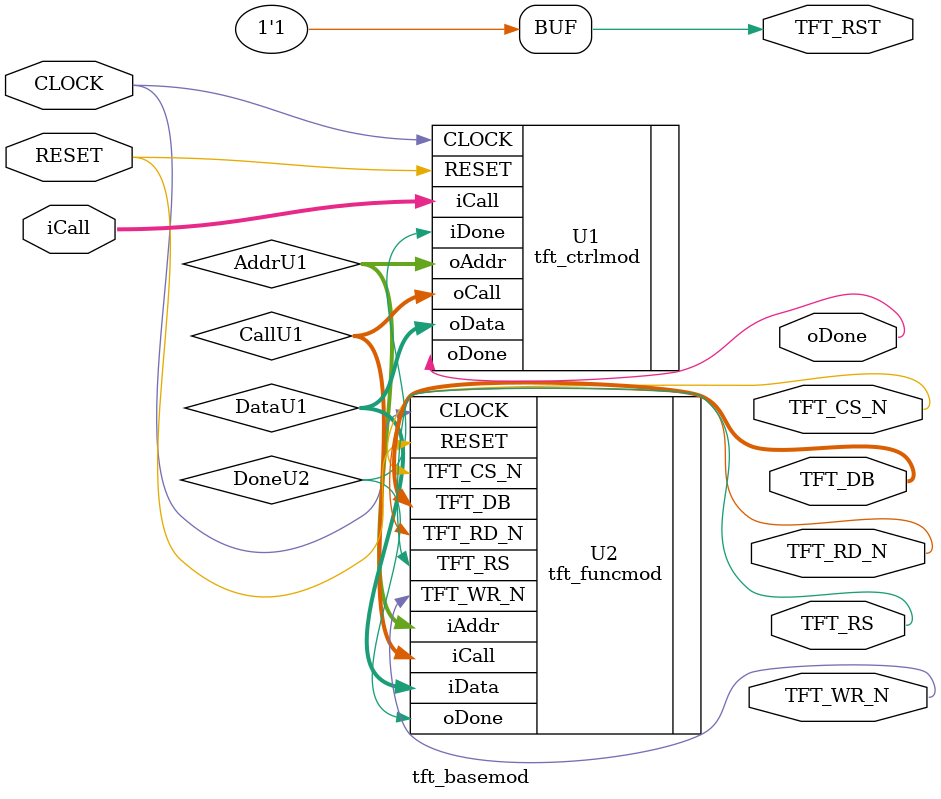
<source format=v>
module tft_basemod
(
    input CLOCK,RESET,
	 output TFT_RST,
	 output TFT_RS,     // 1 = Data, 0 = Command(Register)
	 output TFT_CS_N,  
	 output TFT_WR_N,
	 output TFT_RD_N,
	 output [15:0]TFT_DB,
	 input [2:0]iCall,
	 output oDone
);
    wire [2:0]CallU1;
	 wire [7:0]AddrU1;
	 wire [15:0]DataU1;

    tft_ctrlmod U1
	 (
	     .CLOCK( CLOCK ),
		  .RESET( RESET ),
	     .iCall( iCall ),  // < top
		  .oDone( oDone ),    // > top
		  .oCall( CallU1 ),  // > U2
		  .iDone( DoneU2 ),    // < U2
		  .oAddr( AddrU1 ),    // > U2
		  .oData( DataU1 )     // > U2
	 );
	 
	 wire DoneU2;
	 
    tft_funcmod U2
	 (
	     .CLOCK( CLOCK ),
		  .RESET( RESET ),
		  .TFT_RS( TFT_RS ),      // > top
		  .TFT_CS_N( TFT_CS_N ),  // > top
		  .TFT_WR_N( TFT_WR_N ),  // > top
		  .TFT_RD_N( TFT_RD_N ),  // > top
		  .TFT_DB( TFT_DB ),      // > top
		  .iCall( CallU1 ),     // < U1
		  .oDone( DoneU2 ),       // > U1
		  .iAddr( AddrU1 ),       // < U1
		  .iData( DataU1 )        // < U1
	 );
   
	assign TFT_RST = 1'b1;
	
endmodule

</source>
